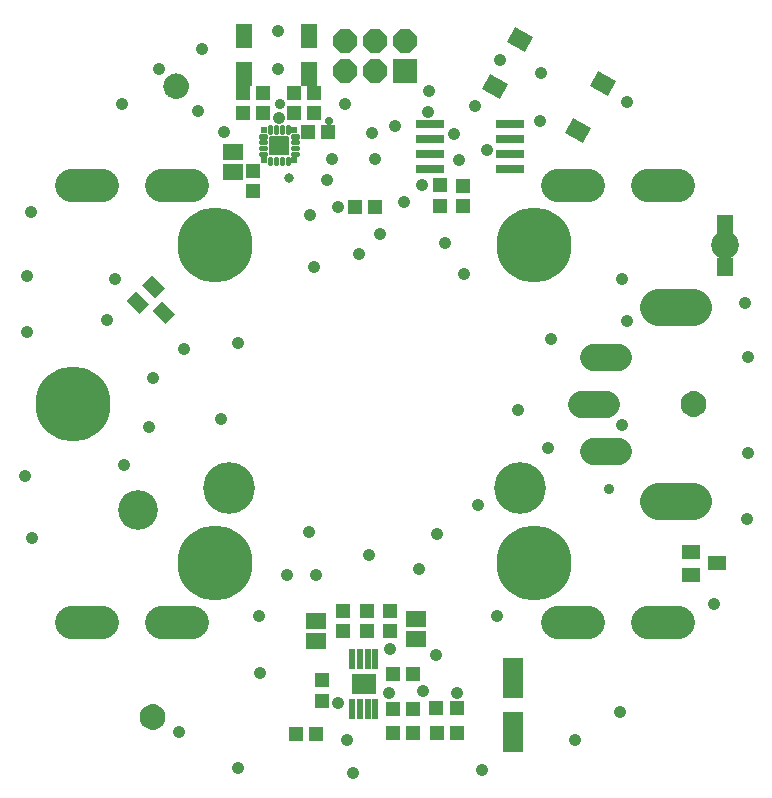
<source format=gts>
G75*
%MOIN*%
%OFA0B0*%
%FSLAX24Y24*%
%IPPOS*%
%LPD*%
%AMOC8*
5,1,8,0,0,1.08239X$1,22.5*
%
%ADD10C,0.1320*%
%ADD11C,0.0162*%
%ADD12R,0.0194X0.0194*%
%ADD13C,0.0050*%
%ADD14R,0.0493X0.0454*%
%ADD15C,0.2501*%
%ADD16C,0.0887*%
%ADD17C,0.1241*%
%ADD18R,0.0930X0.0300*%
%ADD19R,0.0800X0.0800*%
%ADD20OC8,0.0800*%
%ADD21R,0.0651X0.0572*%
%ADD22R,0.0454X0.0493*%
%ADD23R,0.0454X0.0611*%
%ADD24C,0.1110*%
%ADD25R,0.0690X0.0572*%
%ADD26R,0.0690X0.1320*%
%ADD27R,0.0572X0.0808*%
%ADD28R,0.0611X0.0454*%
%ADD29C,0.1720*%
%ADD30R,0.0217X0.0690*%
%ADD31R,0.0804X0.0678*%
%ADD32R,0.0552X0.0611*%
%ADD33C,0.0926*%
%ADD34C,0.1721*%
%ADD35C,0.0414*%
%ADD36C,0.0260*%
%ADD37C,0.0317*%
%ADD38C,0.0278*%
%ADD39C,0.0357*%
D10*
X006086Y010416D03*
D11*
X010471Y021987D02*
X010479Y021987D01*
X010471Y021987D02*
X010471Y022125D01*
X010479Y022125D01*
X010479Y021987D01*
X010668Y021987D02*
X010676Y021987D01*
X010668Y021987D02*
X010668Y022125D01*
X010676Y022125D01*
X010676Y021987D01*
X010865Y021987D02*
X010873Y021987D01*
X010865Y021987D02*
X010865Y022125D01*
X010873Y022125D01*
X010873Y021987D01*
X011062Y021987D02*
X011070Y021987D01*
X011062Y021987D02*
X011062Y022125D01*
X011070Y022125D01*
X011070Y021987D01*
X011227Y022282D02*
X011227Y022290D01*
X011365Y022290D01*
X011365Y022282D01*
X011227Y022282D01*
X011227Y022479D02*
X011227Y022487D01*
X011365Y022487D01*
X011365Y022479D01*
X011227Y022479D01*
X011227Y022676D02*
X011227Y022684D01*
X011365Y022684D01*
X011365Y022676D01*
X011227Y022676D01*
X011227Y022873D02*
X011227Y022881D01*
X011365Y022881D01*
X011365Y022873D01*
X011227Y022873D01*
X011070Y023176D02*
X011062Y023176D01*
X011070Y023176D02*
X011070Y023038D01*
X011062Y023038D01*
X011062Y023176D01*
X010873Y023176D02*
X010865Y023176D01*
X010873Y023176D02*
X010873Y023038D01*
X010865Y023038D01*
X010865Y023176D01*
X010676Y023176D02*
X010668Y023176D01*
X010676Y023176D02*
X010676Y023038D01*
X010668Y023038D01*
X010668Y023176D01*
X010479Y023176D02*
X010471Y023176D01*
X010479Y023176D02*
X010479Y023038D01*
X010471Y023038D01*
X010471Y023176D01*
X010314Y022881D02*
X010314Y022873D01*
X010176Y022873D01*
X010176Y022881D01*
X010314Y022881D01*
X010314Y022684D02*
X010314Y022676D01*
X010176Y022676D01*
X010176Y022684D01*
X010314Y022684D01*
X010314Y022487D02*
X010314Y022479D01*
X010176Y022479D01*
X010176Y022487D01*
X010314Y022487D01*
X010314Y022290D02*
X010314Y022282D01*
X010176Y022282D01*
X010176Y022290D01*
X010314Y022290D01*
D12*
X010273Y022080D03*
X011269Y022084D03*
X011269Y023080D03*
X010273Y023080D03*
D13*
X006217Y003330D02*
X006256Y003273D01*
X006305Y003225D01*
X006361Y003186D01*
X006423Y003156D01*
X006490Y003139D01*
X006558Y003133D01*
X006626Y003139D01*
X006693Y003156D01*
X006755Y003186D01*
X006811Y003225D01*
X006860Y003273D01*
X006899Y003330D01*
X006928Y003392D01*
X006946Y003458D01*
X006952Y003526D01*
X006946Y003595D01*
X006928Y003661D01*
X006899Y003723D01*
X006860Y003780D01*
X006811Y003828D01*
X006755Y003867D01*
X006693Y003896D01*
X006626Y003914D01*
X006558Y003920D01*
X006490Y003914D01*
X006423Y003896D01*
X006361Y003867D01*
X006305Y003828D01*
X006256Y003780D01*
X006217Y003723D01*
X006188Y003661D01*
X006170Y003595D01*
X006164Y003526D01*
X006170Y003458D01*
X006188Y003392D01*
X006217Y003330D01*
X006216Y003333D02*
X006900Y003333D01*
X006923Y003381D02*
X006193Y003381D01*
X006178Y003430D02*
X006938Y003430D01*
X006947Y003478D02*
X006168Y003478D01*
X006164Y003527D02*
X006952Y003527D01*
X006947Y003575D02*
X006169Y003575D01*
X006178Y003624D02*
X006938Y003624D01*
X006923Y003672D02*
X006193Y003672D01*
X006216Y003721D02*
X006900Y003721D01*
X006867Y003769D02*
X006249Y003769D01*
X006294Y003818D02*
X006822Y003818D01*
X006757Y003866D02*
X006359Y003866D01*
X006494Y003915D02*
X006622Y003915D01*
X006867Y003284D02*
X006249Y003284D01*
X006294Y003236D02*
X006822Y003236D01*
X006757Y003187D02*
X006359Y003187D01*
X006492Y003139D02*
X006624Y003139D01*
X024248Y013763D02*
X024288Y013706D01*
X024336Y013658D01*
X024393Y013619D01*
X024455Y013590D01*
X024521Y013572D01*
X024589Y013566D01*
X024658Y013572D01*
X024724Y013590D01*
X024786Y013619D01*
X024843Y013658D01*
X024891Y013706D01*
X024930Y013763D01*
X024959Y013825D01*
X024977Y013891D01*
X024983Y013960D01*
X024977Y014028D01*
X024959Y014094D01*
X024930Y014156D01*
X024891Y014213D01*
X024843Y014261D01*
X024786Y014300D01*
X024724Y014329D01*
X024658Y014347D01*
X024589Y014353D01*
X024521Y014347D01*
X024455Y014329D01*
X024393Y014300D01*
X024336Y014261D01*
X024288Y014213D01*
X024248Y014156D01*
X024219Y014094D01*
X024202Y014028D01*
X024196Y013960D01*
X024202Y013891D01*
X024219Y013825D01*
X024248Y013763D01*
X024250Y013760D02*
X024929Y013760D01*
X024952Y013809D02*
X024227Y013809D01*
X024211Y013857D02*
X024968Y013857D01*
X024978Y013906D02*
X024200Y013906D01*
X024196Y013954D02*
X024983Y013954D01*
X024979Y014003D02*
X024200Y014003D01*
X024208Y014051D02*
X024971Y014051D01*
X024957Y014100D02*
X024222Y014100D01*
X024245Y014148D02*
X024934Y014148D01*
X024902Y014197D02*
X024277Y014197D01*
X024320Y014245D02*
X024859Y014245D01*
X024796Y014294D02*
X024383Y014294D01*
X024502Y014342D02*
X024677Y014342D01*
X024895Y013712D02*
X024284Y013712D01*
X024331Y013663D02*
X024848Y013663D01*
X024778Y013615D02*
X024401Y013615D01*
X024587Y013566D02*
X024592Y013566D01*
X011058Y022294D02*
X010483Y022294D01*
X010483Y022869D01*
X011058Y022869D01*
X011058Y022294D01*
X011058Y022296D02*
X010483Y022296D01*
X010483Y022345D02*
X011058Y022345D01*
X011058Y022393D02*
X010483Y022393D01*
X010483Y022442D02*
X011058Y022442D01*
X011058Y022490D02*
X010483Y022490D01*
X010483Y022539D02*
X011058Y022539D01*
X011058Y022587D02*
X010483Y022587D01*
X010483Y022636D02*
X011058Y022636D01*
X011058Y022684D02*
X010483Y022684D01*
X010483Y022733D02*
X011058Y022733D01*
X011058Y022781D02*
X010483Y022781D01*
X010483Y022830D02*
X011058Y022830D01*
X007700Y024382D02*
X006991Y024382D01*
X007004Y024353D02*
X007044Y024297D01*
X007092Y024248D01*
X007149Y024209D01*
X007211Y024180D01*
X007277Y024162D01*
X007345Y024156D01*
X007414Y024162D01*
X007480Y024180D01*
X007542Y024209D01*
X007598Y024248D01*
X007647Y024297D01*
X007686Y024353D01*
X007715Y024415D01*
X007733Y024482D01*
X007739Y024550D01*
X007733Y024618D01*
X007715Y024685D01*
X007686Y024747D01*
X007647Y024803D01*
X007598Y024852D01*
X007542Y024891D01*
X007480Y024920D01*
X007414Y024938D01*
X007345Y024944D01*
X007277Y024938D01*
X007211Y024920D01*
X007149Y024891D01*
X007092Y024852D01*
X007044Y024803D01*
X007004Y024747D01*
X006975Y024685D01*
X006958Y024618D01*
X006952Y024550D01*
X006958Y024482D01*
X006975Y024415D01*
X007004Y024353D01*
X007018Y024333D02*
X007672Y024333D01*
X007635Y024285D02*
X007056Y024285D01*
X007110Y024236D02*
X007581Y024236D01*
X007496Y024188D02*
X007195Y024188D01*
X006971Y024430D02*
X007719Y024430D01*
X007732Y024479D02*
X006958Y024479D01*
X006954Y024527D02*
X007737Y024527D01*
X007737Y024576D02*
X006954Y024576D01*
X006959Y024624D02*
X007732Y024624D01*
X007719Y024673D02*
X006972Y024673D01*
X006992Y024721D02*
X007698Y024721D01*
X007670Y024770D02*
X007020Y024770D01*
X007059Y024818D02*
X007632Y024818D01*
X007577Y024867D02*
X007114Y024867D01*
X007200Y024915D02*
X007491Y024915D01*
D14*
X009570Y024314D03*
X010239Y024314D03*
X010239Y023645D03*
X009570Y023645D03*
X011267Y023645D03*
X011936Y023645D03*
X011751Y023026D03*
X012420Y023026D03*
X011932Y024314D03*
X011263Y024314D03*
X013310Y020534D03*
X013979Y020534D03*
X014586Y004947D03*
X015256Y004947D03*
X015254Y003799D03*
X014585Y003799D03*
X014566Y002982D03*
X015235Y002982D03*
X016031Y002982D03*
X016700Y002982D03*
X016691Y003814D03*
X016022Y003814D03*
X012001Y002961D03*
X011332Y002961D03*
D15*
X008645Y008645D03*
X003920Y013960D03*
X008645Y019274D03*
X019274Y019274D03*
X019274Y008645D03*
D16*
X021243Y012385D02*
X022070Y012385D01*
X021676Y013960D02*
X020849Y013960D01*
X021243Y015534D02*
X022070Y015534D01*
D17*
X023408Y017208D02*
X024589Y017208D01*
X024589Y010711D02*
X023408Y010711D01*
D18*
X018469Y021782D03*
X018469Y022282D03*
X018469Y022782D03*
X018469Y023282D03*
X015819Y023282D03*
X015819Y022782D03*
X015819Y022282D03*
X015819Y021782D03*
D19*
X014960Y025074D03*
D20*
X013960Y025074D03*
X012960Y025074D03*
X012960Y026074D03*
X013960Y026074D03*
X014960Y026074D03*
D21*
X009235Y022365D03*
X009235Y021696D03*
X012011Y006727D03*
X012011Y006058D03*
X015349Y006113D03*
X015349Y006782D03*
D22*
X014488Y007075D03*
X014488Y006405D03*
X013700Y006405D03*
X012913Y006405D03*
X012913Y007075D03*
X013700Y007075D03*
X012210Y004743D03*
X012210Y004074D03*
X016135Y020574D03*
X016912Y020544D03*
X016912Y021213D03*
X016135Y021243D03*
X009904Y021066D03*
X009904Y021735D03*
D23*
G36*
X006219Y017932D02*
X006540Y018253D01*
X006971Y017822D01*
X006650Y017501D01*
X006219Y017932D01*
G37*
G36*
X005690Y017403D02*
X006011Y017724D01*
X006442Y017293D01*
X006121Y016972D01*
X005690Y017403D01*
G37*
G36*
X006567Y017055D02*
X006888Y017376D01*
X007319Y016945D01*
X006998Y016624D01*
X006567Y017055D01*
G37*
D24*
X006835Y021243D02*
X007885Y021243D01*
X004885Y021243D02*
X003835Y021243D01*
X020035Y021243D02*
X021085Y021243D01*
X023035Y021243D02*
X024085Y021243D01*
X024085Y006676D02*
X023035Y006676D01*
X021085Y006676D02*
X020035Y006676D01*
X007885Y006676D02*
X006835Y006676D01*
X004885Y006676D02*
X003835Y006676D01*
D25*
G36*
X020572Y023482D02*
X021180Y023158D01*
X020912Y022654D01*
X020304Y022978D01*
X020572Y023482D01*
G37*
G36*
X021404Y025046D02*
X022012Y024722D01*
X021744Y024218D01*
X021136Y024542D01*
X021404Y025046D01*
G37*
G36*
X018641Y026515D02*
X019249Y026191D01*
X018981Y025687D01*
X018373Y026011D01*
X018641Y026515D01*
G37*
G36*
X017809Y024951D02*
X018417Y024627D01*
X018149Y024123D01*
X017541Y024447D01*
X017809Y024951D01*
G37*
D26*
X018586Y004830D03*
X018586Y003019D03*
D27*
X011774Y024975D03*
X011774Y026235D03*
X009609Y026235D03*
X009609Y024975D03*
D28*
X024511Y009019D03*
X025377Y008645D03*
X024511Y008271D03*
D29*
X018818Y011154D03*
X009101Y011154D03*
D30*
X013221Y005450D03*
X013477Y005450D03*
X013733Y005450D03*
X013989Y005450D03*
X013989Y003797D03*
X013733Y003797D03*
X013477Y003797D03*
X013221Y003797D03*
D31*
X013605Y004623D03*
D32*
X025623Y018517D03*
X025623Y019973D03*
D33*
X025623Y019245D03*
D34*
X019274Y019274D03*
X008645Y019274D03*
X008645Y008645D03*
X019274Y008645D03*
D35*
X018034Y006906D03*
X015999Y005582D03*
X014486Y005806D03*
X014431Y004325D03*
X015574Y004397D03*
X016715Y004314D03*
X017523Y001765D03*
X020639Y002746D03*
X022129Y003694D03*
X025278Y007306D03*
X026368Y010110D03*
X026398Y012329D03*
X026398Y015528D03*
X026307Y017333D03*
X022375Y016715D03*
X022208Y018113D03*
X019836Y016125D03*
X018728Y013761D03*
X019748Y012492D03*
X022209Y013254D03*
X017404Y010593D03*
X016056Y009619D03*
X015456Y008448D03*
X013782Y008920D03*
X012011Y008245D03*
X011056Y008251D03*
X011774Y009708D03*
X010111Y006897D03*
X010155Y004983D03*
X012747Y003983D03*
X013023Y002743D03*
X013241Y001666D03*
X009402Y001814D03*
X007444Y003029D03*
X002539Y009484D03*
X002293Y011556D03*
X005593Y011912D03*
X006430Y013192D03*
X006578Y014816D03*
X007611Y015790D03*
X009393Y015987D03*
X008841Y013448D03*
X005042Y016774D03*
X005295Y018131D03*
X002365Y018226D03*
X002365Y016351D03*
X002490Y020351D03*
X005542Y023973D03*
X006785Y025128D03*
X008194Y025780D03*
X010723Y026392D03*
X010723Y025113D03*
X010771Y023487D03*
X008924Y023015D03*
X008088Y023717D03*
X012532Y022119D03*
X012385Y021440D03*
X012739Y020534D03*
X011794Y020249D03*
X013428Y018950D03*
X014137Y019629D03*
X014944Y020692D03*
X015534Y021243D03*
X016765Y022080D03*
X017700Y022424D03*
X016617Y022965D03*
X015731Y023704D03*
X015780Y024393D03*
X017306Y023900D03*
X018143Y025426D03*
X019521Y024983D03*
X019471Y023408D03*
X022380Y024028D03*
X016322Y019334D03*
X016952Y018290D03*
X011952Y018536D03*
X013960Y022119D03*
X013866Y022995D03*
X014649Y023211D03*
X012975Y023960D03*
D36*
X010908Y022719D03*
X010633Y022719D03*
X010633Y022444D03*
X010913Y022444D03*
D37*
X011105Y021479D03*
D38*
X012424Y023408D03*
D39*
X010802Y023956D03*
X021759Y011109D03*
M02*

</source>
